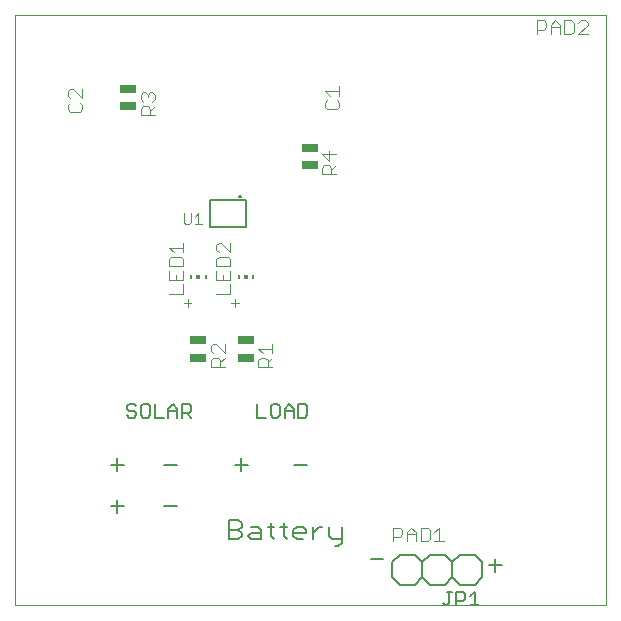
<source format=gto>
G75*
%MOIN*%
%OFA0B0*%
%FSLAX25Y25*%
%IPPOS*%
%LPD*%
%AMOC8*
5,1,8,0,0,1.08239X$1,22.5*
%
%ADD10C,0.00394*%
%ADD11C,0.00600*%
%ADD12C,0.00400*%
%ADD13C,0.00500*%
%ADD14C,0.00300*%
%ADD15R,0.00591X0.01181*%
%ADD16R,0.01181X0.01181*%
%ADD17R,0.05512X0.02559*%
D10*
X0001197Y0002977D02*
X0198047Y0002977D01*
X0198047Y0199827D01*
X0001197Y0199827D01*
X0001197Y0002977D01*
D11*
X0032993Y0036007D02*
X0037263Y0036007D01*
X0035128Y0038142D02*
X0035128Y0033872D01*
X0035128Y0047652D02*
X0035128Y0051922D01*
X0032993Y0049787D02*
X0037263Y0049787D01*
X0050709Y0049787D02*
X0054980Y0049787D01*
X0054980Y0036007D02*
X0050709Y0036007D01*
X0072363Y0031336D02*
X0072363Y0024930D01*
X0075566Y0024930D01*
X0076633Y0025998D01*
X0076633Y0027066D01*
X0075566Y0028133D01*
X0072363Y0028133D01*
X0075566Y0028133D02*
X0076633Y0029201D01*
X0076633Y0030268D01*
X0075566Y0031336D01*
X0072363Y0031336D01*
X0078808Y0025998D02*
X0079876Y0027066D01*
X0083079Y0027066D01*
X0083079Y0028133D02*
X0083079Y0024930D01*
X0079876Y0024930D01*
X0078808Y0025998D01*
X0079876Y0029201D02*
X0082011Y0029201D01*
X0083079Y0028133D01*
X0085254Y0029201D02*
X0087389Y0029201D01*
X0086322Y0030268D02*
X0086322Y0025998D01*
X0087389Y0024930D01*
X0090619Y0025998D02*
X0091686Y0024930D01*
X0090619Y0025998D02*
X0090619Y0030268D01*
X0091686Y0029201D02*
X0089551Y0029201D01*
X0093848Y0028133D02*
X0093848Y0025998D01*
X0094916Y0024930D01*
X0097051Y0024930D01*
X0098118Y0027066D02*
X0093848Y0027066D01*
X0093848Y0028133D02*
X0094916Y0029201D01*
X0097051Y0029201D01*
X0098118Y0028133D01*
X0098118Y0027066D01*
X0100293Y0027066D02*
X0102429Y0029201D01*
X0103496Y0029201D01*
X0100293Y0029201D02*
X0100293Y0024930D01*
X0105665Y0025998D02*
X0106732Y0024930D01*
X0109935Y0024930D01*
X0109935Y0023863D02*
X0108867Y0022795D01*
X0107800Y0022795D01*
X0109935Y0023863D02*
X0109935Y0029201D01*
X0105665Y0029201D02*
X0105665Y0025998D01*
X0119607Y0018291D02*
X0123877Y0018291D01*
X0126866Y0017367D02*
X0129366Y0019867D01*
X0134366Y0019867D01*
X0136866Y0017367D01*
X0139366Y0019867D01*
X0144366Y0019867D01*
X0146866Y0017367D01*
X0149366Y0019867D01*
X0154366Y0019867D01*
X0156866Y0017367D01*
X0156866Y0012367D01*
X0154366Y0009867D01*
X0149366Y0009867D01*
X0146866Y0012367D01*
X0144366Y0009867D01*
X0139366Y0009867D01*
X0136866Y0012367D01*
X0134366Y0009867D01*
X0129366Y0009867D01*
X0126866Y0012367D01*
X0126866Y0017367D01*
X0136866Y0017367D02*
X0136866Y0012367D01*
X0146866Y0012367D02*
X0146866Y0017367D01*
X0158977Y0016322D02*
X0163247Y0016322D01*
X0161112Y0018457D02*
X0161112Y0014187D01*
X0098287Y0049787D02*
X0094017Y0049787D01*
X0078602Y0049787D02*
X0074331Y0049787D01*
X0076467Y0051922D02*
X0076467Y0047652D01*
D12*
X0071020Y0082402D02*
X0066417Y0082402D01*
X0066417Y0084704D01*
X0067184Y0085471D01*
X0068719Y0085471D01*
X0069486Y0084704D01*
X0069486Y0082402D01*
X0069486Y0083937D02*
X0071020Y0085471D01*
X0071020Y0087006D02*
X0067951Y0090075D01*
X0067184Y0090075D01*
X0066417Y0089308D01*
X0066417Y0087773D01*
X0067184Y0087006D01*
X0071020Y0087006D02*
X0071020Y0090075D01*
X0082165Y0088541D02*
X0086769Y0088541D01*
X0086769Y0090075D02*
X0086769Y0087006D01*
X0086769Y0085471D02*
X0085234Y0083937D01*
X0085234Y0084704D02*
X0085234Y0082402D01*
X0086769Y0082402D02*
X0082165Y0082402D01*
X0082165Y0084704D01*
X0082932Y0085471D01*
X0084467Y0085471D01*
X0085234Y0084704D01*
X0083699Y0087006D02*
X0082165Y0088541D01*
X0072769Y0106878D02*
X0068165Y0106878D01*
X0072769Y0106878D02*
X0072769Y0109947D01*
X0072769Y0111482D02*
X0072769Y0114551D01*
X0072769Y0116086D02*
X0072769Y0118387D01*
X0072001Y0119155D01*
X0068932Y0119155D01*
X0068165Y0118387D01*
X0068165Y0116086D01*
X0072769Y0116086D01*
X0070467Y0113016D02*
X0070467Y0111482D01*
X0068165Y0111482D02*
X0072769Y0111482D01*
X0068165Y0111482D02*
X0068165Y0114551D01*
X0068932Y0120689D02*
X0068165Y0121457D01*
X0068165Y0122991D01*
X0068932Y0123759D01*
X0069699Y0123759D01*
X0072769Y0120689D01*
X0072769Y0123759D01*
X0057020Y0123759D02*
X0057020Y0120689D01*
X0057020Y0122224D02*
X0052417Y0122224D01*
X0053951Y0120689D01*
X0053184Y0119155D02*
X0052417Y0118387D01*
X0052417Y0116086D01*
X0057020Y0116086D01*
X0057020Y0118387D01*
X0056253Y0119155D01*
X0053184Y0119155D01*
X0052417Y0114551D02*
X0052417Y0111482D01*
X0057020Y0111482D01*
X0057020Y0114551D01*
X0054719Y0113016D02*
X0054719Y0111482D01*
X0057020Y0109947D02*
X0057020Y0106878D01*
X0052417Y0106878D01*
X0103464Y0146575D02*
X0103464Y0148877D01*
X0104231Y0149645D01*
X0105766Y0149645D01*
X0106533Y0148877D01*
X0106533Y0146575D01*
X0108068Y0146575D02*
X0103464Y0146575D01*
X0106533Y0148110D02*
X0108068Y0149645D01*
X0105766Y0151179D02*
X0105766Y0154249D01*
X0108068Y0153481D02*
X0103464Y0153481D01*
X0105766Y0151179D01*
X0105231Y0168260D02*
X0108300Y0168260D01*
X0109068Y0169028D01*
X0109068Y0170562D01*
X0108300Y0171330D01*
X0109068Y0172864D02*
X0109068Y0175934D01*
X0109068Y0174399D02*
X0104464Y0174399D01*
X0105998Y0172864D01*
X0105231Y0171330D02*
X0104464Y0170562D01*
X0104464Y0169028D01*
X0105231Y0168260D01*
X0047595Y0169330D02*
X0046061Y0167795D01*
X0046061Y0168562D02*
X0046061Y0166260D01*
X0047595Y0166260D02*
X0042991Y0166260D01*
X0042991Y0168562D01*
X0043759Y0169330D01*
X0045293Y0169330D01*
X0046061Y0168562D01*
X0046828Y0170864D02*
X0047595Y0171632D01*
X0047595Y0173166D01*
X0046828Y0173934D01*
X0046061Y0173934D01*
X0045293Y0173166D01*
X0045293Y0172399D01*
X0045293Y0173166D02*
X0044526Y0173934D01*
X0043759Y0173934D01*
X0042991Y0173166D01*
X0042991Y0171632D01*
X0043759Y0170864D01*
X0023359Y0169770D02*
X0023359Y0168236D01*
X0022592Y0167468D01*
X0019522Y0167468D01*
X0018755Y0168236D01*
X0018755Y0169770D01*
X0019522Y0170538D01*
X0019522Y0172072D02*
X0018755Y0172839D01*
X0018755Y0174374D01*
X0019522Y0175141D01*
X0020290Y0175141D01*
X0023359Y0172072D01*
X0023359Y0175141D01*
X0022592Y0170538D02*
X0023359Y0169770D01*
X0127076Y0028883D02*
X0129378Y0028883D01*
X0130145Y0028116D01*
X0130145Y0026581D01*
X0129378Y0025814D01*
X0127076Y0025814D01*
X0127076Y0024279D02*
X0127076Y0028883D01*
X0131680Y0027349D02*
X0131680Y0024279D01*
X0131680Y0026581D02*
X0134749Y0026581D01*
X0134749Y0027349D02*
X0134749Y0024279D01*
X0136283Y0024279D02*
X0138585Y0024279D01*
X0139353Y0025047D01*
X0139353Y0028116D01*
X0138585Y0028883D01*
X0136283Y0028883D01*
X0136283Y0024279D01*
X0134749Y0027349D02*
X0133214Y0028883D01*
X0131680Y0027349D01*
X0140887Y0027349D02*
X0142422Y0028883D01*
X0142422Y0024279D01*
X0140887Y0024279D02*
X0143957Y0024279D01*
X0175019Y0193334D02*
X0175019Y0197938D01*
X0177321Y0197938D01*
X0178088Y0197171D01*
X0178088Y0195636D01*
X0177321Y0194869D01*
X0175019Y0194869D01*
X0179623Y0195636D02*
X0182692Y0195636D01*
X0182692Y0196404D02*
X0182692Y0193334D01*
X0184227Y0193334D02*
X0186529Y0193334D01*
X0187296Y0194102D01*
X0187296Y0197171D01*
X0186529Y0197938D01*
X0184227Y0197938D01*
X0184227Y0193334D01*
X0182692Y0196404D02*
X0181157Y0197938D01*
X0179623Y0196404D01*
X0179623Y0193334D01*
X0188831Y0193334D02*
X0191900Y0196404D01*
X0191900Y0197171D01*
X0191133Y0197938D01*
X0189598Y0197938D01*
X0188831Y0197171D01*
X0188831Y0193334D02*
X0191900Y0193334D01*
D13*
X0078165Y0138095D02*
X0078165Y0129040D01*
X0065961Y0129040D01*
X0065961Y0138095D01*
X0078165Y0138095D01*
X0075722Y0139237D02*
X0075724Y0139270D01*
X0075730Y0139302D01*
X0075739Y0139334D01*
X0075753Y0139364D01*
X0075769Y0139392D01*
X0075789Y0139418D01*
X0075812Y0139442D01*
X0075838Y0139463D01*
X0075866Y0139480D01*
X0075896Y0139495D01*
X0075927Y0139505D01*
X0075959Y0139512D01*
X0075992Y0139515D01*
X0076025Y0139514D01*
X0076057Y0139509D01*
X0076089Y0139500D01*
X0076120Y0139488D01*
X0076148Y0139472D01*
X0076175Y0139453D01*
X0076199Y0139431D01*
X0076221Y0139406D01*
X0076239Y0139378D01*
X0076254Y0139349D01*
X0076266Y0139318D01*
X0076274Y0139286D01*
X0076278Y0139253D01*
X0076278Y0139221D01*
X0076274Y0139188D01*
X0076266Y0139156D01*
X0076254Y0139125D01*
X0076239Y0139096D01*
X0076221Y0139068D01*
X0076199Y0139043D01*
X0076175Y0139021D01*
X0076148Y0139002D01*
X0076120Y0138986D01*
X0076089Y0138974D01*
X0076057Y0138965D01*
X0076025Y0138960D01*
X0075992Y0138959D01*
X0075959Y0138962D01*
X0075927Y0138969D01*
X0075896Y0138979D01*
X0075866Y0138994D01*
X0075838Y0139011D01*
X0075812Y0139032D01*
X0075789Y0139056D01*
X0075769Y0139082D01*
X0075753Y0139110D01*
X0075739Y0139140D01*
X0075730Y0139172D01*
X0075724Y0139204D01*
X0075722Y0139237D01*
X0081698Y0070049D02*
X0081698Y0065545D01*
X0084701Y0065545D01*
X0086302Y0066296D02*
X0087053Y0065545D01*
X0088554Y0065545D01*
X0089305Y0066296D01*
X0089305Y0069298D01*
X0088554Y0070049D01*
X0087053Y0070049D01*
X0086302Y0069298D01*
X0086302Y0066296D01*
X0090906Y0065545D02*
X0090906Y0068548D01*
X0092407Y0070049D01*
X0093908Y0068548D01*
X0093908Y0065545D01*
X0095510Y0065545D02*
X0097762Y0065545D01*
X0098512Y0066296D01*
X0098512Y0069298D01*
X0097762Y0070049D01*
X0095510Y0070049D01*
X0095510Y0065545D01*
X0093908Y0067797D02*
X0090906Y0067797D01*
X0059809Y0067797D02*
X0059059Y0067046D01*
X0056807Y0067046D01*
X0058308Y0067046D02*
X0059809Y0065545D01*
X0059809Y0067797D02*
X0059809Y0069298D01*
X0059059Y0070049D01*
X0056807Y0070049D01*
X0056807Y0065545D01*
X0055205Y0065545D02*
X0055205Y0068548D01*
X0053704Y0070049D01*
X0052203Y0068548D01*
X0052203Y0065545D01*
X0050601Y0065545D02*
X0047599Y0065545D01*
X0047599Y0070049D01*
X0045997Y0069298D02*
X0045247Y0070049D01*
X0043746Y0070049D01*
X0042995Y0069298D01*
X0042995Y0066296D01*
X0043746Y0065545D01*
X0045247Y0065545D01*
X0045997Y0066296D01*
X0045997Y0069298D01*
X0041394Y0069298D02*
X0040643Y0070049D01*
X0039142Y0070049D01*
X0038391Y0069298D01*
X0038391Y0068548D01*
X0039142Y0067797D01*
X0040643Y0067797D01*
X0041394Y0067046D01*
X0041394Y0066296D01*
X0040643Y0065545D01*
X0039142Y0065545D01*
X0038391Y0066296D01*
X0052203Y0067797D02*
X0055205Y0067797D01*
X0145106Y0007420D02*
X0146607Y0007420D01*
X0145856Y0007420D02*
X0145856Y0003667D01*
X0145106Y0002917D01*
X0144355Y0002917D01*
X0143604Y0003667D01*
X0148208Y0002917D02*
X0148208Y0007420D01*
X0150460Y0007420D01*
X0151211Y0006670D01*
X0151211Y0005169D01*
X0150460Y0004418D01*
X0148208Y0004418D01*
X0152812Y0005919D02*
X0154313Y0007420D01*
X0154313Y0002917D01*
X0152812Y0002917D02*
X0155815Y0002917D01*
D14*
X0074353Y0102445D02*
X0074353Y0104914D01*
X0073119Y0103679D02*
X0075587Y0103679D01*
X0059839Y0103679D02*
X0057370Y0103679D01*
X0058605Y0102445D02*
X0058605Y0104914D01*
X0059106Y0129977D02*
X0059712Y0130584D01*
X0059712Y0133617D01*
X0060911Y0132404D02*
X0062124Y0133617D01*
X0062124Y0129977D01*
X0060911Y0129977D02*
X0063337Y0129977D01*
X0059106Y0129977D02*
X0057892Y0129977D01*
X0057286Y0130584D01*
X0057286Y0133617D01*
D15*
X0059858Y0112268D03*
X0064583Y0112268D03*
X0075606Y0112268D03*
X0080331Y0112268D03*
D16*
X0077969Y0112268D03*
X0062220Y0112268D03*
D17*
X0062226Y0091330D03*
X0062226Y0085530D03*
X0077974Y0085530D03*
X0077974Y0091330D03*
X0099274Y0149704D03*
X0099274Y0155504D03*
X0038801Y0169389D03*
X0038801Y0175189D03*
M02*

</source>
